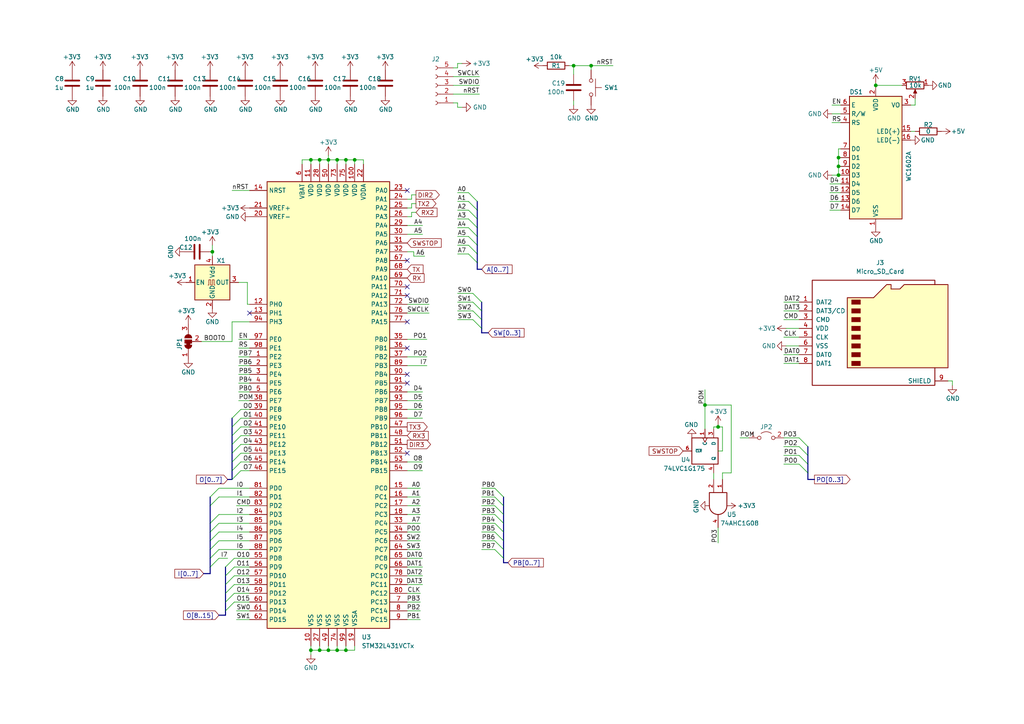
<source format=kicad_sch>
(kicad_sch (version 20211123) (generator eeschema)
  (paper "A4")
  (lib_symbols
    (symbol "74xGxx:74AHC1G08" (pin_names (offset 1.016))
      (property "Reference" "U" (at -2.54 3.81 0))
      (property "Value" "74AHC1G08" (at 0 -3.81 0))
      (symbol "74AHC1G08_1_1"
        (pin input line (at -7.62 1.27 0) (length 3.81) (name "~") (number "1"))
        (pin input line (at -7.62 -1.27 0) (length 3.81) (name "~") (number "2"))
        (pin power_in line (at 0 -2.54 270) (length 0) hide (name "GND") (number "3"))
        (pin output line (at 6.35 0 180) (length 3.81) (name "~") (number "4"))
        (pin power_in line (at 0 2.54 90) (length 0) hide (name "VCC") (number "5"))
      )
    )
    (symbol "74xGxx:74LVC1G175" (pin_names (offset 1.016))
      (property "Reference" "U" (at -2.54 5.08 0))
      (property "Value" "74LVC1G175" (at 5.08 -5.08 0))
      (symbol "74LVC1G175_1_1"
        (pin input clock (at -6.35 0 0) (length 2.54) (name "C") (number "1"))
        (pin power_in line (at -3.81 -3.81 270) (length 0) hide (name "GND") (number "2"))
        (pin input line (at -6.35 2.54 0) (length 2.54) (name "D") (number "3"))
        (pin output line (at 6.35 2.54 180) (length 2.54) (name "Q") (number "4"))
        (pin power_in line (at 0 3.81 90) (length 0) hide (name "VCC") (number "5"))
        (pin input line (at 0 -6.35 90) (length 2.54) (name "~{CLR}") (number "6"))
      )
    )
    (symbol "Connector:Conn_01x05_Female" (pin_names (offset 1.016) hide)
      (property "Reference" "J" (at 0 7.62 0))
      (property "Value" "Conn_01x05_Female" (at 0 -7.62 0))
      (symbol "Conn_01x05_Female_1_1"
        (pin passive line (at -5.08 5.08 0) (length 3.81) (name "Pin_1") (number "1"))
        (pin passive line (at -5.08 2.54 0) (length 3.81) (name "Pin_2") (number "2"))
        (pin passive line (at -5.08 0 0) (length 3.81) (name "Pin_3") (number "3"))
        (pin passive line (at -5.08 -2.54 0) (length 3.81) (name "Pin_4") (number "4"))
        (pin passive line (at -5.08 -5.08 0) (length 3.81) (name "Pin_5") (number "5"))
      )
    )
    (symbol "Connector:Micro_SD_Card" (pin_names (offset 1.016))
      (property "Reference" "J" (at -16.51 15.24 0))
      (property "Value" "Micro_SD_Card" (at 16.51 15.24 0))
      (symbol "Micro_SD_Card_1_1"
        (pin bidirectional line (at -22.86 7.62 0) (length 3.81) (name "DAT2") (number "1"))
        (pin bidirectional line (at -22.86 5.08 0) (length 3.81) (name "DAT3/CD") (number "2"))
        (pin input line (at -22.86 2.54 0) (length 3.81) (name "CMD") (number "3"))
        (pin power_in line (at -22.86 0 0) (length 3.81) (name "VDD") (number "4"))
        (pin input line (at -22.86 -2.54 0) (length 3.81) (name "CLK") (number "5"))
        (pin power_in line (at -22.86 -5.08 0) (length 3.81) (name "VSS") (number "6"))
        (pin bidirectional line (at -22.86 -7.62 0) (length 3.81) (name "DAT0") (number "7"))
        (pin bidirectional line (at -22.86 -10.16 0) (length 3.81) (name "DAT1") (number "8"))
        (pin passive line (at 20.32 -15.24 180) (length 3.81) (name "SHIELD") (number "9"))
      )
    )
    (symbol "Device:C" (pin_numbers hide) (pin_names (offset 0.254))
      (property "Reference" "C" (at 0.635 2.54 0))
      (property "Value" "C" (at 0.635 -2.54 0))
      (symbol "C_1_1"
        (pin passive line (at 0 3.81 270) (length 2.794) (name "~") (number "1"))
        (pin passive line (at 0 -3.81 90) (length 2.794) (name "~") (number "2"))
      )
    )
    (symbol "Device:R" (pin_numbers hide) (pin_names (offset 0))
      (property "Reference" "R" (at 2.032 0 90))
      (property "Value" "R" (at 0 0 90))
      (symbol "R_1_1"
        (pin passive line (at 0 3.81 270) (length 1.27) (name "~") (number "1"))
        (pin passive line (at 0 -3.81 90) (length 1.27) (name "~") (number "2"))
      )
    )
    (symbol "Device:R_Potentiometer" (pin_names (offset 1.016) hide)
      (property "Reference" "RV" (at -4.445 0 90))
      (property "Value" "R_Potentiometer" (at -2.54 0 90))
      (symbol "R_Potentiometer_1_1"
        (pin passive line (at 0 3.81 270) (length 1.27) (name "1") (number "1"))
        (pin passive line (at 3.81 0 180) (length 1.27) (name "2") (number "2"))
        (pin passive line (at 0 -3.81 90) (length 1.27) (name "3") (number "3"))
      )
    )
    (symbol "Display_Character:WC1602A"
      (property "Reference" "DS" (at -5.842 19.05 0))
      (property "Value" "WC1602A" (at 5.334 19.05 0))
      (symbol "WC1602A_1_1"
        (pin power_in line (at 0 -20.32 90) (length 2.54) (name "VSS") (number "1"))
        (pin input line (at -10.16 -5.08 0) (length 2.54) (name "D3") (number "10"))
        (pin input line (at -10.16 -7.62 0) (length 2.54) (name "D4") (number "11"))
        (pin input line (at -10.16 -10.16 0) (length 2.54) (name "D5") (number "12"))
        (pin input line (at -10.16 -12.7 0) (length 2.54) (name "D6") (number "13"))
        (pin input line (at -10.16 -15.24 0) (length 2.54) (name "D7") (number "14"))
        (pin power_in line (at 10.16 7.62 180) (length 2.54) (name "LED(+)") (number "15"))
        (pin power_in line (at 10.16 5.08 180) (length 2.54) (name "LED(-)") (number "16"))
        (pin power_in line (at 0 20.32 270) (length 2.54) (name "VDD") (number "2"))
        (pin input line (at 10.16 15.24 180) (length 2.54) (name "VO") (number "3"))
        (pin input line (at -10.16 10.16 0) (length 2.54) (name "RS") (number "4"))
        (pin input line (at -10.16 12.7 0) (length 2.54) (name "R/W") (number "5"))
        (pin input line (at -10.16 15.24 0) (length 2.54) (name "E") (number "6"))
        (pin input line (at -10.16 2.54 0) (length 2.54) (name "D0") (number "7"))
        (pin input line (at -10.16 0 0) (length 2.54) (name "D1") (number "8"))
        (pin input line (at -10.16 -2.54 0) (length 2.54) (name "D2") (number "9"))
      )
    )
    (symbol "Jumper:Jumper_2_Open" (pin_names (offset 0) hide)
      (property "Reference" "JP" (at 0 2.794 0))
      (property "Value" "Jumper_2_Open" (at 0 -2.286 0))
      (symbol "Jumper_2_Open_1_1"
        (pin passive line (at -5.08 0 0) (length 2.54) (name "A") (number "1"))
        (pin passive line (at 5.08 0 180) (length 2.54) (name "B") (number "2"))
      )
    )
    (symbol "Jumper:SolderJumper_3_Bridged12" (pin_names (offset 0) hide)
      (property "Reference" "JP" (at -2.54 -2.54 0))
      (property "Value" "SolderJumper_3_Bridged12" (at 0 2.794 0))
      (symbol "SolderJumper_3_Bridged12_1_1"
        (pin passive line (at -5.08 0 0) (length 2.54) (name "A") (number "1"))
        (pin passive line (at 0 -3.81 90) (length 2.54) (name "C") (number "2"))
        (pin passive line (at 5.08 0 180) (length 2.54) (name "B") (number "3"))
      )
    )
    (symbol "MCU_ST_STM32L4:STM32L431VCTx"
      (property "Reference" "U" (at -17.78 64.77 0))
      (property "Value" "STM32L431VCTx" (at 12.7 64.77 0))
      (symbol "STM32L431VCTx_1_1"
        (pin bidirectional line (at -22.86 12.7 0) (length 5.08) (name "PE2") (number "1"))
        (pin power_in line (at -5.08 -71.12 90) (length 5.08) (name "VSS") (number "10"))
        (pin power_in line (at 7.62 68.58 270) (length 5.08) (name "VDD") (number "100"))
        (pin power_in line (at -5.08 68.58 270) (length 5.08) (name "VDD") (number "11"))
        (pin input line (at -22.86 27.94 0) (length 5.08) (name "PH0") (number "12"))
        (pin input line (at -22.86 25.4 0) (length 5.08) (name "PH1") (number "13"))
        (pin input line (at -22.86 60.96 0) (length 5.08) (name "NRST") (number "14"))
        (pin bidirectional line (at 22.86 -25.4 180) (length 5.08) (name "PC0") (number "15"))
        (pin bidirectional line (at 22.86 -27.94 180) (length 5.08) (name "PC1") (number "16"))
        (pin bidirectional line (at 22.86 -30.48 180) (length 5.08) (name "PC2") (number "17"))
        (pin bidirectional line (at 22.86 -33.02 180) (length 5.08) (name "PC3") (number "18"))
        (pin power_in line (at 7.62 -71.12 90) (length 5.08) (name "VSSA") (number "19"))
        (pin bidirectional line (at -22.86 10.16 0) (length 5.08) (name "PE3") (number "2"))
        (pin power_in line (at -22.86 53.34 0) (length 5.08) (name "VREF-") (number "20"))
        (pin bidirectional line (at -22.86 55.88 0) (length 5.08) (name "VREF+") (number "21"))
        (pin power_in line (at 10.16 68.58 270) (length 5.08) (name "VDDA") (number "22"))
        (pin bidirectional line (at 22.86 60.96 180) (length 5.08) (name "PA0") (number "23"))
        (pin bidirectional line (at 22.86 58.42 180) (length 5.08) (name "PA1") (number "24"))
        (pin bidirectional line (at 22.86 55.88 180) (length 5.08) (name "PA2") (number "25"))
        (pin bidirectional line (at 22.86 53.34 180) (length 5.08) (name "PA3") (number "26"))
        (pin power_in line (at -2.54 -71.12 90) (length 5.08) (name "VSS") (number "27"))
        (pin power_in line (at -2.54 68.58 270) (length 5.08) (name "VDD") (number "28"))
        (pin bidirectional line (at 22.86 50.8 180) (length 5.08) (name "PA4") (number "29"))
        (pin bidirectional line (at -22.86 7.62 0) (length 5.08) (name "PE4") (number "3"))
        (pin bidirectional line (at 22.86 48.26 180) (length 5.08) (name "PA5") (number "30"))
        (pin bidirectional line (at 22.86 45.72 180) (length 5.08) (name "PA6") (number "31"))
        (pin bidirectional line (at 22.86 43.18 180) (length 5.08) (name "PA7") (number "32"))
        (pin bidirectional line (at 22.86 -35.56 180) (length 5.08) (name "PC4") (number "33"))
        (pin bidirectional line (at 22.86 -38.1 180) (length 5.08) (name "PC5") (number "34"))
        (pin bidirectional line (at 22.86 17.78 180) (length 5.08) (name "PB0") (number "35"))
        (pin bidirectional line (at 22.86 15.24 180) (length 5.08) (name "PB1") (number "36"))
        (pin bidirectional line (at 22.86 12.7 180) (length 5.08) (name "PB2") (number "37"))
        (pin bidirectional line (at -22.86 0 0) (length 5.08) (name "PE7") (number "38"))
        (pin bidirectional line (at -22.86 -2.54 0) (length 5.08) (name "PE8") (number "39"))
        (pin bidirectional line (at -22.86 5.08 0) (length 5.08) (name "PE5") (number "4"))
        (pin bidirectional line (at -22.86 -5.08 0) (length 5.08) (name "PE9") (number "40"))
        (pin bidirectional line (at -22.86 -7.62 0) (length 5.08) (name "PE10") (number "41"))
        (pin bidirectional line (at -22.86 -10.16 0) (length 5.08) (name "PE11") (number "42"))
        (pin bidirectional line (at -22.86 -12.7 0) (length 5.08) (name "PE12") (number "43"))
        (pin bidirectional line (at -22.86 -15.24 0) (length 5.08) (name "PE13") (number "44"))
        (pin bidirectional line (at -22.86 -17.78 0) (length 5.08) (name "PE14") (number "45"))
        (pin bidirectional line (at -22.86 -20.32 0) (length 5.08) (name "PE15") (number "46"))
        (pin bidirectional line (at 22.86 -7.62 180) (length 5.08) (name "PB10") (number "47"))
        (pin bidirectional line (at 22.86 -10.16 180) (length 5.08) (name "PB11") (number "48"))
        (pin power_in line (at 0 -71.12 90) (length 5.08) (name "VSS") (number "49"))
        (pin bidirectional line (at -22.86 2.54 0) (length 5.08) (name "PE6") (number "5"))
        (pin power_in line (at 0 68.58 270) (length 5.08) (name "VDD") (number "50"))
        (pin bidirectional line (at 22.86 -12.7 180) (length 5.08) (name "PB12") (number "51"))
        (pin bidirectional line (at 22.86 -15.24 180) (length 5.08) (name "PB13") (number "52"))
        (pin bidirectional line (at 22.86 -17.78 180) (length 5.08) (name "PB14") (number "53"))
        (pin bidirectional line (at 22.86 -20.32 180) (length 5.08) (name "PB15") (number "54"))
        (pin bidirectional line (at -22.86 -45.72 0) (length 5.08) (name "PD8") (number "55"))
        (pin bidirectional line (at -22.86 -48.26 0) (length 5.08) (name "PD9") (number "56"))
        (pin bidirectional line (at -22.86 -50.8 0) (length 5.08) (name "PD10") (number "57"))
        (pin bidirectional line (at -22.86 -53.34 0) (length 5.08) (name "PD11") (number "58"))
        (pin bidirectional line (at -22.86 -55.88 0) (length 5.08) (name "PD12") (number "59"))
        (pin power_in line (at -7.62 68.58 270) (length 5.08) (name "VBAT") (number "6"))
        (pin bidirectional line (at -22.86 -58.42 0) (length 5.08) (name "PD13") (number "60"))
        (pin bidirectional line (at -22.86 -60.96 0) (length 5.08) (name "PD14") (number "61"))
        (pin bidirectional line (at -22.86 -63.5 0) (length 5.08) (name "PD15") (number "62"))
        (pin bidirectional line (at 22.86 -40.64 180) (length 5.08) (name "PC6") (number "63"))
        (pin bidirectional line (at 22.86 -43.18 180) (length 5.08) (name "PC7") (number "64"))
        (pin bidirectional line (at 22.86 -45.72 180) (length 5.08) (name "PC8") (number "65"))
        (pin bidirectional line (at 22.86 -48.26 180) (length 5.08) (name "PC9") (number "66"))
        (pin bidirectional line (at 22.86 40.64 180) (length 5.08) (name "PA8") (number "67"))
        (pin bidirectional line (at 22.86 38.1 180) (length 5.08) (name "PA9") (number "68"))
        (pin bidirectional line (at 22.86 35.56 180) (length 5.08) (name "PA10") (number "69"))
        (pin bidirectional line (at 22.86 -58.42 180) (length 5.08) (name "PC13") (number "7"))
        (pin bidirectional line (at 22.86 33.02 180) (length 5.08) (name "PA11") (number "70"))
        (pin bidirectional line (at 22.86 30.48 180) (length 5.08) (name "PA12") (number "71"))
        (pin bidirectional line (at 22.86 27.94 180) (length 5.08) (name "PA13") (number "72"))
        (pin power_in line (at 2.54 68.58 270) (length 5.08) (name "VDD") (number "73"))
        (pin power_in line (at 2.54 -71.12 90) (length 5.08) (name "VSS") (number "74"))
        (pin power_in line (at 5.08 68.58 270) (length 5.08) (name "VDD") (number "75"))
        (pin bidirectional line (at 22.86 25.4 180) (length 5.08) (name "PA14") (number "76"))
        (pin bidirectional line (at 22.86 22.86 180) (length 5.08) (name "PA15") (number "77"))
        (pin bidirectional line (at 22.86 -50.8 180) (length 5.08) (name "PC10") (number "78"))
        (pin bidirectional line (at 22.86 -53.34 180) (length 5.08) (name "PC11") (number "79"))
        (pin bidirectional line (at 22.86 -60.96 180) (length 5.08) (name "PC14") (number "8"))
        (pin bidirectional line (at 22.86 -55.88 180) (length 5.08) (name "PC12") (number "80"))
        (pin bidirectional line (at -22.86 -25.4 0) (length 5.08) (name "PD0") (number "81"))
        (pin bidirectional line (at -22.86 -27.94 0) (length 5.08) (name "PD1") (number "82"))
        (pin bidirectional line (at -22.86 -30.48 0) (length 5.08) (name "PD2") (number "83"))
        (pin bidirectional line (at -22.86 -33.02 0) (length 5.08) (name "PD3") (number "84"))
        (pin bidirectional line (at -22.86 -35.56 0) (length 5.08) (name "PD4") (number "85"))
        (pin bidirectional line (at -22.86 -38.1 0) (length 5.08) (name "PD5") (number "86"))
        (pin bidirectional line (at -22.86 -40.64 0) (length 5.08) (name "PD6") (number "87"))
        (pin bidirectional line (at -22.86 -43.18 0) (length 5.08) (name "PD7") (number "88"))
        (pin bidirectional line (at 22.86 10.16 180) (length 5.08) (name "PB3") (number "89"))
        (pin bidirectional line (at 22.86 -63.5 180) (length 5.08) (name "PC15") (number "9"))
        (pin bidirectional line (at 22.86 7.62 180) (length 5.08) (name "PB4") (number "90"))
        (pin bidirectional line (at 22.86 5.08 180) (length 5.08) (name "PB5") (number "91"))
        (pin bidirectional line (at 22.86 2.54 180) (length 5.08) (name "PB6") (number "92"))
        (pin bidirectional line (at 22.86 0 180) (length 5.08) (name "PB7") (number "93"))
        (pin bidirectional line (at -22.86 22.86 0) (length 5.08) (name "PH3") (number "94"))
        (pin bidirectional line (at 22.86 -2.54 180) (length 5.08) (name "PB8") (number "95"))
        (pin bidirectional line (at 22.86 -5.08 180) (length 5.08) (name "PB9") (number "96"))
        (pin bidirectional line (at -22.86 17.78 0) (length 5.08) (name "PE0") (number "97"))
        (pin bidirectional line (at -22.86 15.24 0) (length 5.08) (name "PE1") (number "98"))
        (pin power_in line (at 5.08 -71.12 90) (length 5.08) (name "VSS") (number "99"))
      )
    )
    (symbol "Oscillator:ASE-xxxMHz" (pin_names (offset 0.254))
      (property "Reference" "X" (at -5.08 6.35 0))
      (property "Value" "ASE-xxxMHz" (at 1.27 -6.35 0))
      (symbol "ASE-xxxMHz_1_1"
        (pin input line (at -7.62 0 0) (length 2.54) (name "EN") (number "1"))
        (pin power_in line (at 0 -7.62 90) (length 2.54) (name "GND") (number "2"))
        (pin output line (at 7.62 0 180) (length 2.54) (name "OUT") (number "3"))
        (pin power_in line (at 0 7.62 270) (length 2.54) (name "Vdd") (number "4"))
      )
    )
    (symbol "Switch:SW_Push" (pin_numbers hide) (pin_names (offset 1.016) hide)
      (property "Reference" "SW" (at 1.27 2.54 0))
      (property "Value" "SW_Push" (at 0 -1.524 0))
      (symbol "SW_Push_0_1"
        (pin passive line (at -5.08 0 0) (length 2.54) (name "1") (number "1"))
        (pin passive line (at 5.08 0 180) (length 2.54) (name "2") (number "2"))
      )
    )
    (symbol "power:+3V3" (power) (pin_names (offset 0))
      (property "Value" "+3V3" (at 0 3.556 0))
      (symbol "+3V3_1_1"
        (pin power_in line (at 0 0 90) (length 0) hide (name "+3V3") (number "1"))
      )
    )
    (symbol "power:+5V" (power) (pin_names (offset 0))
      (property "Value" "+5V" (at 0 3.556 0))
      (symbol "+5V_1_1"
        (pin power_in line (at 0 0 90) (length 0) hide (name "+5V") (number "1"))
      )
    )
    (symbol "power:GND" (power) (pin_names (offset 0))
      (property "Value" "GND" (at 0 -3.81 0))
      (symbol "GND_1_1"
        (pin power_in line (at 0 0 270) (length 0) hide (name "GND") (number "1"))
      )
    )
  )
  (junction (at 166.37 19.05))
  (junction (at 243.205 45.72))
  (junction (at 100.33 46.355))
  (junction (at 254 24.765))
  (junction (at 92.71 46.355))
  (junction (at 100.33 188.595))
  (junction (at 243.205 48.26))
  (junction (at 204.47 117.475))
  (junction (at 90.17 46.355))
  (junction (at 102.87 46.355))
  (junction (at 208.28 123.825))
  (junction (at 95.25 188.595))
  (junction (at 243.205 50.8))
  (junction (at 97.79 46.355))
  (junction (at 90.17 188.595))
  (junction (at 61.595 73.025))
  (junction (at 92.71 188.595))
  (junction (at 171.45 19.05))
  (junction (at 97.79 188.595))
  (junction (at 95.25 46.355))
  (no_connect (at 118.11 55.245))
  (no_connect (at 118.11 85.725))
  (no_connect (at 118.11 83.185))
  (no_connect (at 118.11 100.965))
  (no_connect (at 118.11 111.125))
  (no_connect (at 118.11 75.565))
  (no_connect (at 72.39 90.805))
  (no_connect (at 118.11 93.345))
  (no_connect (at 118.11 131.445))
  (no_connect (at 118.11 108.585))
  (bus_entry (at 135.89 60.96) (size 2.54 2.54))
  (bus_entry (at 146.05 146.685) (size -2.54 -2.54))
  (bus_entry (at 135.89 68.58) (size 2.54 2.54))
  (bus_entry (at 69.85 128.905) (size -2.54 2.54))
  (bus_entry (at 139.7 92.71) (size -2.54 -2.54))
  (bus_entry (at 143.51 159.385) (size 2.54 2.54))
  (bus_entry (at 60.96 144.145) (size 2.54 -2.54))
  (bus_entry (at 65.405 172.085) (size 2.54 -2.54))
  (bus_entry (at 69.85 133.985) (size -2.54 2.54))
  (bus_entry (at 139.7 87.63) (size -2.54 -2.54))
  (bus_entry (at 146.05 151.765) (size -2.54 -2.54))
  (bus_entry (at 65.405 174.625) (size 2.54 -2.54))
  (bus_entry (at 60.96 159.385) (size 2.54 -2.54))
  (bus_entry (at 231.775 127) (size 2.54 2.54))
  (bus_entry (at 60.96 146.685) (size 2.54 -2.54))
  (bus_entry (at 146.05 144.145) (size -2.54 -2.54))
  (bus_entry (at 135.89 73.66) (size 2.54 2.54))
  (bus_entry (at 231.775 132.08) (size 2.54 2.54))
  (bus_entry (at 65.405 169.545) (size 2.54 -2.54))
  (bus_entry (at 69.85 118.745) (size -2.54 2.54))
  (bus_entry (at 60.96 154.305) (size 2.54 -2.54))
  (bus_entry (at 60.96 164.465) (size 2.54 -2.54))
  (bus_entry (at 139.7 95.25) (size -2.54 -2.54))
  (bus_entry (at 135.89 58.42) (size 2.54 2.54))
  (bus_entry (at 69.85 126.365) (size -2.54 2.54))
  (bus_entry (at 231.775 134.62) (size 2.54 2.54))
  (bus_entry (at 135.89 55.88) (size 2.54 2.54))
  (bus_entry (at 60.96 161.925) (size 2.54 -2.54))
  (bus_entry (at 65.405 167.005) (size 2.54 -2.54))
  (bus_entry (at 69.85 131.445) (size -2.54 2.54))
  (bus_entry (at 143.51 154.305) (size 2.54 2.54))
  (bus_entry (at 146.05 154.305) (size -2.54 -2.54))
  (bus_entry (at 69.85 123.825) (size -2.54 2.54))
  (bus_entry (at 65.405 177.165) (size 2.54 -2.54))
  (bus_entry (at 69.85 121.285) (size -2.54 2.54))
  (bus_entry (at 146.05 149.225) (size -2.54 -2.54))
  (bus_entry (at 60.96 156.845) (size 2.54 -2.54))
  (bus_entry (at 69.85 136.525) (size -2.54 2.54))
  (bus_entry (at 135.89 66.04) (size 2.54 2.54))
  (bus_entry (at 139.7 90.17) (size -2.54 -2.54))
  (bus_entry (at 143.51 156.845) (size 2.54 2.54))
  (bus_entry (at 135.89 63.5) (size 2.54 2.54))
  (bus_entry (at 231.775 129.54) (size 2.54 2.54))
  (bus_entry (at 135.89 71.12) (size 2.54 2.54))
  (bus_entry (at 65.405 164.465) (size 2.54 -2.54))
  (bus_entry (at 60.96 151.765) (size 2.54 -2.54))
  (wire (pts (xy 69.215 81.915) (xy 71.755 81.915)))
  (bus (pts (xy 138.43 60.96) (xy 138.43 63.5)))
  (wire (pts (xy 119.38 61.595) (xy 120.65 61.595)))
  (wire (pts (xy 69.215 113.665) (xy 72.39 113.665)))
  (bus (pts (xy 65.405 164.465) (xy 65.405 167.005)))
  (wire (pts (xy 92.71 188.595) (xy 92.71 187.325)))
  (wire (pts (xy 208.28 123.19) (xy 208.28 123.825)))
  (wire (pts (xy 97.79 46.355) (xy 97.79 47.625)))
  (wire (pts (xy 118.11 149.225) (xy 121.92 149.225)))
  (wire (pts (xy 209.55 130.81) (xy 208.28 130.81)))
  (wire (pts (xy 118.11 169.545) (xy 122.555 169.545)))
  (bus (pts (xy 67.31 123.825) (xy 67.31 126.365)))
  (bus (pts (xy 139.7 90.17) (xy 139.7 87.63)))
  (wire (pts (xy 118.11 133.985) (xy 122.555 133.985)))
  (wire (pts (xy 132.715 73.66) (xy 135.89 73.66)))
  (wire (pts (xy 207.01 123.825) (xy 207.01 124.46)))
  (wire (pts (xy 118.11 106.045) (xy 123.825 106.045)))
  (wire (pts (xy 214.63 127) (xy 217.17 127)))
  (wire (pts (xy 69.215 106.045) (xy 72.39 106.045)))
  (wire (pts (xy 118.11 172.085) (xy 121.92 172.085)))
  (wire (pts (xy 132.715 18.415) (xy 133.985 18.415)))
  (wire (pts (xy 100.33 188.595) (xy 100.33 187.325)))
  (wire (pts (xy 139.7 144.145) (xy 143.51 144.145)))
  (bus (pts (xy 146.05 146.685) (xy 146.05 149.225)))
  (wire (pts (xy 143.51 146.685) (xy 139.7 146.685)))
  (wire (pts (xy 118.11 156.845) (xy 121.92 156.845)))
  (wire (pts (xy 118.11 98.425) (xy 123.825 98.425)))
  (wire (pts (xy 69.85 131.445) (xy 72.39 131.445)))
  (wire (pts (xy 90.17 187.325) (xy 90.17 188.595)))
  (wire (pts (xy 227.33 97.79) (xy 231.775 97.79)))
  (wire (pts (xy 63.5 154.305) (xy 72.39 154.305)))
  (bus (pts (xy 65.405 177.165) (xy 65.405 178.435)))
  (wire (pts (xy 67.31 93.345) (xy 72.39 93.345)))
  (wire (pts (xy 71.755 88.265) (xy 72.39 88.265)))
  (wire (pts (xy 69.215 103.505) (xy 72.39 103.505)))
  (wire (pts (xy 118.11 161.925) (xy 122.555 161.925)))
  (bus (pts (xy 60.96 159.385) (xy 60.96 161.925)))
  (wire (pts (xy 95.25 46.355) (xy 95.25 45.085)))
  (bus (pts (xy 67.31 128.905) (xy 67.31 131.445)))
  (wire (pts (xy 118.11 151.765) (xy 121.92 151.765)))
  (wire (pts (xy 71.755 81.915) (xy 71.755 88.265)))
  (wire (pts (xy 132.715 71.12) (xy 135.89 71.12)))
  (wire (pts (xy 276.225 110.49) (xy 274.955 110.49)))
  (wire (pts (xy 212.09 117.475) (xy 212.09 137.16)))
  (bus (pts (xy 67.31 121.285) (xy 67.31 123.825)))
  (bus (pts (xy 146.05 144.145) (xy 146.05 146.685)))
  (bus (pts (xy 60.96 166.37) (xy 60.96 164.465)))
  (wire (pts (xy 276.225 111.76) (xy 276.225 110.49)))
  (bus (pts (xy 236.22 139.065) (xy 234.315 139.065)))
  (wire (pts (xy 118.11 159.385) (xy 121.92 159.385)))
  (wire (pts (xy 100.33 188.595) (xy 102.87 188.595)))
  (bus (pts (xy 146.05 161.925) (xy 146.05 163.195)))
  (wire (pts (xy 240.665 60.96) (xy 243.84 60.96)))
  (bus (pts (xy 67.31 133.985) (xy 67.31 136.525)))
  (wire (pts (xy 118.11 121.285) (xy 122.555 121.285)))
  (bus (pts (xy 146.05 163.195) (xy 147.32 163.195)))
  (bus (pts (xy 138.43 73.66) (xy 138.43 76.2)))
  (wire (pts (xy 69.215 111.125) (xy 72.39 111.125)))
  (wire (pts (xy 118.11 73.025) (xy 120.015 73.025)))
  (wire (pts (xy 132.715 66.04) (xy 135.89 66.04)))
  (wire (pts (xy 204.47 117.475) (xy 212.09 117.475)))
  (wire (pts (xy 118.11 57.785) (xy 119.38 57.785)))
  (wire (pts (xy 207.01 137.16) (xy 207.01 139.065)))
  (bus (pts (xy 60.96 144.145) (xy 60.96 146.685)))
  (wire (pts (xy 240.665 53.34) (xy 243.84 53.34)))
  (bus (pts (xy 67.31 126.365) (xy 67.31 128.905)))
  (wire (pts (xy 132.715 29.845) (xy 132.715 31.115)))
  (bus (pts (xy 138.43 63.5) (xy 138.43 66.04)))
  (wire (pts (xy 132.715 19.685) (xy 132.715 18.415)))
  (wire (pts (xy 118.11 174.625) (xy 121.92 174.625)))
  (wire (pts (xy 63.5 144.145) (xy 72.39 144.145)))
  (wire (pts (xy 243.205 50.8) (xy 243.84 50.8)))
  (wire (pts (xy 63.5 149.225) (xy 72.39 149.225)))
  (wire (pts (xy 119.38 60.325) (xy 119.38 59.055)))
  (wire (pts (xy 212.09 137.16) (xy 209.55 137.16)))
  (wire (pts (xy 227.33 105.41) (xy 231.775 105.41)))
  (bus (pts (xy 138.43 66.04) (xy 138.43 68.58)))
  (wire (pts (xy 95.25 46.355) (xy 97.79 46.355)))
  (wire (pts (xy 118.11 141.605) (xy 121.92 141.605)))
  (bus (pts (xy 138.43 76.2) (xy 138.43 78.105)))
  (wire (pts (xy 92.71 46.355) (xy 92.71 47.625)))
  (wire (pts (xy 227.33 129.54) (xy 231.775 129.54)))
  (wire (pts (xy 69.85 123.825) (xy 72.39 123.825)))
  (wire (pts (xy 243.205 48.26) (xy 243.84 48.26)))
  (wire (pts (xy 90.17 188.595) (xy 90.17 189.865)))
  (wire (pts (xy 58.42 99.06) (xy 67.31 99.06)))
  (wire (pts (xy 131.445 24.765) (xy 139.065 24.765)))
  (wire (pts (xy 118.11 154.305) (xy 121.92 154.305)))
  (wire (pts (xy 209.55 137.16) (xy 209.55 139.065)))
  (wire (pts (xy 67.31 55.245) (xy 72.39 55.245)))
  (wire (pts (xy 241.3 50.8) (xy 243.205 50.8)))
  (wire (pts (xy 68.58 177.165) (xy 72.39 177.165)))
  (wire (pts (xy 208.28 153.035) (xy 208.28 157.48)))
  (wire (pts (xy 227.33 92.71) (xy 231.775 92.71)))
  (wire (pts (xy 227.33 132.08) (xy 231.775 132.08)))
  (wire (pts (xy 254 24.13) (xy 254 24.765)))
  (wire (pts (xy 63.5 159.385) (xy 72.39 159.385)))
  (wire (pts (xy 118.11 113.665) (xy 122.555 113.665)))
  (wire (pts (xy 90.17 47.625) (xy 90.17 46.355)))
  (wire (pts (xy 209.55 130.81) (xy 209.55 123.825)))
  (wire (pts (xy 227.965 95.25) (xy 231.775 95.25)))
  (wire (pts (xy 118.11 65.405) (xy 122.555 65.405)))
  (wire (pts (xy 92.71 188.595) (xy 95.25 188.595)))
  (wire (pts (xy 69.85 118.745) (xy 72.39 118.745)))
  (wire (pts (xy 131.445 29.845) (xy 132.715 29.845)))
  (wire (pts (xy 118.11 67.945) (xy 122.555 67.945)))
  (wire (pts (xy 105.41 47.625) (xy 105.41 46.355)))
  (wire (pts (xy 241.3 33.02) (xy 243.84 33.02)))
  (wire (pts (xy 132.715 68.58) (xy 135.89 68.58)))
  (wire (pts (xy 132.715 58.42) (xy 135.89 58.42)))
  (wire (pts (xy 119.38 62.865) (xy 119.38 61.595)))
  (wire (pts (xy 132.715 90.17) (xy 137.16 90.17)))
  (wire (pts (xy 119.38 57.785) (xy 119.38 56.515)))
  (wire (pts (xy 67.945 172.085) (xy 72.39 172.085)))
  (wire (pts (xy 243.205 48.26) (xy 243.205 45.72)))
  (wire (pts (xy 92.71 46.355) (xy 95.25 46.355)))
  (wire (pts (xy 209.55 123.825) (xy 208.28 123.825)))
  (wire (pts (xy 97.79 46.355) (xy 100.33 46.355)))
  (bus (pts (xy 234.315 134.62) (xy 234.315 137.16)))
  (wire (pts (xy 102.87 46.355) (xy 105.41 46.355)))
  (wire (pts (xy 118.11 167.005) (xy 122.555 167.005)))
  (wire (pts (xy 118.11 60.325) (xy 119.38 60.325)))
  (wire (pts (xy 68.58 179.705) (xy 72.39 179.705)))
  (wire (pts (xy 63.5 156.845) (xy 72.39 156.845)))
  (wire (pts (xy 69.85 121.285) (xy 72.39 121.285)))
  (wire (pts (xy 95.25 188.595) (xy 95.25 187.325)))
  (wire (pts (xy 240.665 58.42) (xy 243.84 58.42)))
  (wire (pts (xy 90.17 188.595) (xy 92.71 188.595)))
  (wire (pts (xy 139.7 159.385) (xy 143.51 159.385)))
  (wire (pts (xy 118.11 136.525) (xy 122.555 136.525)))
  (wire (pts (xy 97.79 188.595) (xy 97.79 187.325)))
  (wire (pts (xy 118.11 116.205) (xy 122.555 116.205)))
  (wire (pts (xy 241.3 35.56) (xy 243.84 35.56)))
  (wire (pts (xy 171.45 19.05) (xy 171.45 20.32)))
  (wire (pts (xy 139.7 151.765) (xy 143.51 151.765)))
  (bus (pts (xy 138.43 68.58) (xy 138.43 71.12)))
  (bus (pts (xy 67.31 136.525) (xy 67.31 139.065)))
  (wire (pts (xy 243.205 45.72) (xy 243.84 45.72)))
  (bus (pts (xy 66.04 139.065) (xy 67.31 139.065)))
  (wire (pts (xy 264.16 38.1) (xy 265.43 38.1)))
  (wire (pts (xy 69.85 136.525) (xy 72.39 136.525)))
  (bus (pts (xy 146.05 156.845) (xy 146.05 159.385)))
  (wire (pts (xy 69.215 108.585) (xy 72.39 108.585)))
  (bus (pts (xy 60.96 154.305) (xy 60.96 156.845)))
  (wire (pts (xy 132.715 55.88) (xy 135.89 55.88)))
  (wire (pts (xy 67.945 164.465) (xy 72.39 164.465)))
  (bus (pts (xy 141.605 96.52) (xy 139.7 96.52)))
  (wire (pts (xy 165.1 19.05) (xy 166.37 19.05)))
  (wire (pts (xy 208.28 123.825) (xy 207.01 123.825)))
  (wire (pts (xy 264.16 30.48) (xy 265.43 30.48)))
  (wire (pts (xy 132.715 63.5) (xy 135.89 63.5)))
  (wire (pts (xy 227.965 100.33) (xy 231.775 100.33)))
  (wire (pts (xy 118.11 164.465) (xy 122.555 164.465)))
  (wire (pts (xy 240.665 55.88) (xy 243.84 55.88)))
  (bus (pts (xy 146.05 149.225) (xy 146.05 151.765)))
  (wire (pts (xy 118.11 88.265) (xy 124.46 88.265)))
  (wire (pts (xy 61.595 71.12) (xy 61.595 73.025)))
  (wire (pts (xy 97.79 188.595) (xy 100.33 188.595)))
  (wire (pts (xy 67.945 167.005) (xy 72.39 167.005)))
  (wire (pts (xy 139.7 154.305) (xy 143.51 154.305)))
  (wire (pts (xy 102.87 46.355) (xy 100.33 46.355)))
  (wire (pts (xy 119.38 56.515) (xy 120.65 56.515)))
  (wire (pts (xy 227.33 102.87) (xy 231.775 102.87)))
  (wire (pts (xy 90.17 46.355) (xy 92.71 46.355)))
  (bus (pts (xy 65.405 174.625) (xy 65.405 177.165)))
  (wire (pts (xy 69.85 126.365) (xy 72.39 126.365)))
  (wire (pts (xy 95.25 46.355) (xy 95.25 47.625)))
  (wire (pts (xy 139.7 149.225) (xy 143.51 149.225)))
  (wire (pts (xy 166.37 19.05) (xy 171.45 19.05)))
  (wire (pts (xy 227.33 134.62) (xy 231.775 134.62)))
  (wire (pts (xy 166.37 19.05) (xy 166.37 21.59)))
  (wire (pts (xy 132.715 87.63) (xy 137.16 87.63)))
  (wire (pts (xy 132.715 92.71) (xy 137.16 92.71)))
  (wire (pts (xy 131.445 22.225) (xy 139.065 22.225)))
  (bus (pts (xy 60.96 146.685) (xy 60.96 151.765)))
  (wire (pts (xy 118.11 90.805) (xy 124.46 90.805)))
  (wire (pts (xy 67.945 161.925) (xy 72.39 161.925)))
  (wire (pts (xy 254 24.765) (xy 254 25.4)))
  (wire (pts (xy 243.205 50.8) (xy 243.205 48.26)))
  (bus (pts (xy 146.05 151.765) (xy 146.05 154.305)))
  (wire (pts (xy 60.96 73.025) (xy 61.595 73.025)))
  (bus (pts (xy 65.405 167.005) (xy 65.405 169.545)))
  (wire (pts (xy 265.43 30.48) (xy 265.43 28.575)))
  (bus (pts (xy 60.96 156.845) (xy 60.96 159.385)))
  (bus (pts (xy 138.43 71.12) (xy 138.43 73.66)))
  (bus (pts (xy 139.7 92.71) (xy 139.7 90.17)))
  (wire (pts (xy 67.945 174.625) (xy 72.39 174.625)))
  (wire (pts (xy 139.7 156.845) (xy 143.51 156.845)))
  (wire (pts (xy 102.87 47.625) (xy 102.87 46.355)))
  (bus (pts (xy 234.315 137.16) (xy 234.315 139.065)))
  (wire (pts (xy 119.38 59.055) (xy 120.65 59.055)))
  (bus (pts (xy 65.405 172.085) (xy 65.405 174.625)))
  (wire (pts (xy 241.3 30.48) (xy 243.84 30.48)))
  (bus (pts (xy 146.05 159.385) (xy 146.05 161.925)))
  (wire (pts (xy 118.11 103.505) (xy 123.825 103.505)))
  (wire (pts (xy 72.39 98.425) (xy 69.215 98.425)))
  (wire (pts (xy 227.33 90.17) (xy 231.775 90.17)))
  (bus (pts (xy 65.405 169.545) (xy 65.405 172.085)))
  (wire (pts (xy 131.445 19.685) (xy 132.715 19.685)))
  (wire (pts (xy 243.205 45.72) (xy 243.205 43.18)))
  (wire (pts (xy 204.47 113.03) (xy 204.47 117.475)))
  (wire (pts (xy 122.555 118.745) (xy 118.11 118.745)))
  (wire (pts (xy 132.715 60.96) (xy 135.89 60.96)))
  (wire (pts (xy 227.33 127) (xy 231.775 127)))
  (bus (pts (xy 234.315 132.08) (xy 234.315 134.62)))
  (wire (pts (xy 166.37 29.21) (xy 166.37 30.48)))
  (bus (pts (xy 63.5 178.435) (xy 65.405 178.435)))
  (wire (pts (xy 95.25 188.595) (xy 97.79 188.595)))
  (wire (pts (xy 118.11 179.705) (xy 121.92 179.705)))
  (bus (pts (xy 60.96 151.765) (xy 60.96 154.305)))
  (wire (pts (xy 102.87 188.595) (xy 102.87 187.325)))
  (wire (pts (xy 131.445 27.305) (xy 139.065 27.305)))
  (wire (pts (xy 120.015 74.295) (xy 123.19 74.295)))
  (wire (pts (xy 132.715 31.115) (xy 133.985 31.115)))
  (bus (pts (xy 60.96 164.465) (xy 60.96 161.925)))
  (wire (pts (xy 132.715 85.09) (xy 137.16 85.09)))
  (bus (pts (xy 139.7 78.105) (xy 138.43 78.105)))
  (wire (pts (xy 171.45 19.05) (xy 177.8 19.05)))
  (wire (pts (xy 204.47 124.46) (xy 204.47 117.475)))
  (bus (pts (xy 139.7 96.52) (xy 139.7 95.25)))
  (bus (pts (xy 146.05 154.305) (xy 146.05 156.845)))
  (wire (pts (xy 67.31 99.06) (xy 67.31 93.345)))
  (wire (pts (xy 87.63 46.355) (xy 87.63 47.625)))
  (bus (pts (xy 138.43 58.42) (xy 138.43 60.96)))
  (wire (pts (xy 90.17 46.355) (xy 87.63 46.355)))
  (wire (pts (xy 72.39 100.965) (xy 69.215 100.965)))
  (bus (pts (xy 67.31 131.445) (xy 67.31 133.985)))
  (wire (pts (xy 118.11 62.865) (xy 119.38 62.865)))
  (wire (pts (xy 254 24.765) (xy 261.62 24.765)))
  (bus (pts (xy 59.055 166.37) (xy 60.96 166.37)))
  (bus (pts (xy 234.315 129.54) (xy 234.315 132.08)))
  (wire (pts (xy 69.215 116.205) (xy 72.39 116.205)))
  (bus (pts (xy 139.7 95.25) (xy 139.7 92.71)))
  (wire (pts (xy 67.945 169.545) (xy 72.39 169.545)))
  (wire (pts (xy 63.5 141.605) (xy 72.39 141.605)))
  (wire (pts (xy 69.85 133.985) (xy 72.39 133.985)))
  (wire (pts (xy 118.11 144.145) (xy 121.92 144.145)))
  (wire (pts (xy 118.11 177.165) (xy 121.92 177.165)))
  (wire (pts (xy 227.33 87.63) (xy 231.775 87.63)))
  (wire (pts (xy 100.33 46.355) (xy 100.33 47.625)))
  (wire (pts (xy 68.58 146.685) (xy 72.39 146.685)))
  (wire (pts (xy 143.51 141.605) (xy 139.7 141.605)))
  (wire (pts (xy 243.205 43.18) (xy 243.84 43.18)))
  (wire (pts (xy 63.5 161.925) (xy 66.04 161.925)))
  (wire (pts (xy 61.595 73.025) (xy 61.595 74.295)))
  (wire (pts (xy 118.11 146.685) (xy 121.92 146.685)))
  (wire (pts (xy 69.85 128.905) (xy 72.39 128.905)))
  (wire (pts (xy 63.5 151.765) (xy 72.39 151.765)))
  (wire (pts (xy 120.015 73.025) (xy 120.015 74.295)))
  (label "PB6" (at 69.215 106.045 0))
  (label "PO3" (at 208.28 157.48 90))
  (label "PB3" (at 139.7 149.225 0))
  (label "CMD" (at 227.33 92.71 0))
  (label "O11" (at 68.58 164.465 0))
  (label "D5" (at 122.555 116.205 180))
  (label "RS" (at 241.3 35.56 0))
  (label "EN" (at 241.3 30.48 0))
  (label "O5" (at 70.485 131.445 0))
  (label "SW0" (at 68.58 177.165 0))
  (label "O15" (at 68.58 174.625 0))
  (label "CLK" (at 227.33 97.79 0))
  (label "O9" (at 122.555 136.525 180))
  (label "PB5" (at 139.7 154.305 0))
  (label "D5" (at 240.665 55.88 0))
  (label "SW2" (at 132.715 90.17 0))
  (label "POM" (at 204.47 113.03 270))
  (label "A7" (at 121.92 151.765 180))
  (label "SW1" (at 132.715 87.63 0))
  (label "SW2" (at 121.92 156.845 180))
  (label "POM" (at 214.63 127 0))
  (label "I4" (at 68.58 154.305 0))
  (label "SW0" (at 132.715 85.09 0))
  (label "PB4" (at 139.7 151.765 0))
  (label "A0" (at 132.715 55.88 0))
  (label "PB0" (at 69.215 113.665 0))
  (label "PO1" (at 123.825 98.425 180))
  (label "SWCLK" (at 139.065 22.225 180))
  (label "A2" (at 132.715 60.96 0))
  (label "PB4" (at 69.215 111.125 0))
  (label "I7" (at 66.04 161.925 180))
  (label "PO2" (at 227.33 129.54 0))
  (label "A5" (at 122.555 67.945 180))
  (label "SWDIO" (at 139.065 24.765 180))
  (label "SW3" (at 121.92 159.385 180))
  (label "PB2" (at 139.7 146.685 0))
  (label "nRST" (at 67.31 55.245 0))
  (label "D6" (at 122.555 118.745 180))
  (label "DAT0" (at 227.33 102.87 0))
  (label "A7" (at 132.715 73.66 0))
  (label "I5" (at 68.58 156.845 0))
  (label "O2" (at 70.485 123.825 0))
  (label "SW3" (at 132.715 92.71 0))
  (label "DAT0" (at 122.555 161.925 180))
  (label "SWCLK" (at 124.46 90.805 180))
  (label "A6" (at 123.19 74.295 180))
  (label "I3" (at 68.58 151.765 0))
  (label "CLK" (at 121.92 172.085 180))
  (label "A3" (at 132.715 63.5 0))
  (label "A4" (at 132.715 66.04 0))
  (label "D6" (at 240.665 58.42 0))
  (label "A5" (at 132.715 68.58 0))
  (label "PB1" (at 139.7 144.145 0))
  (label "A1" (at 121.92 144.145 180))
  (label "SWDIO" (at 124.46 88.265 180))
  (label "PB0" (at 139.7 141.605 0))
  (label "PO2" (at 123.825 103.505 180))
  (label "POM" (at 69.215 116.205 0))
  (label "I2" (at 68.58 149.225 0))
  (label "DAT2" (at 227.33 87.63 0))
  (label "CMD" (at 68.58 146.685 0))
  (label "A4" (at 122.555 65.405 180))
  (label "PB7" (at 139.7 159.385 0))
  (label "A3" (at 121.92 149.225 180))
  (label "nRST" (at 177.8 19.05 180))
  (label "O6" (at 70.485 133.985 0))
  (label "I6" (at 68.58 159.385 0))
  (label "O14" (at 68.58 172.085 0))
  (label "O4" (at 70.485 128.905 0))
  (label "O13" (at 68.58 169.545 0))
  (label "PO1" (at 227.33 132.08 0))
  (label "A6" (at 132.715 71.12 0))
  (label "A0" (at 121.92 141.605 180))
  (label "O0" (at 70.485 118.745 0))
  (label "DAT1" (at 122.555 164.465 180))
  (label "BOOT0" (at 65.405 99.06 180))
  (label "PB5" (at 69.215 108.585 0))
  (label "PO3" (at 231.14 127 180))
  (label "I1" (at 68.58 144.145 0))
  (label "O7" (at 70.485 136.525 0))
  (label "DAT1" (at 227.33 105.41 0))
  (label "EN" (at 69.215 98.425 0))
  (label "PB7" (at 69.215 103.505 0))
  (label "O12" (at 68.58 167.005 0))
  (label "SW1" (at 68.58 179.705 0))
  (label "PO0" (at 227.33 134.62 0))
  (label "D4" (at 240.665 53.34 0))
  (label "A1" (at 132.715 58.42 0))
  (label "PB6" (at 139.7 156.845 0))
  (label "PB3" (at 121.92 174.625 180))
  (label "DAT2" (at 122.555 167.005 180))
  (label "DAT3" (at 227.33 90.17 0))
  (label "D4" (at 122.555 113.665 180))
  (label "O10" (at 68.58 161.925 0))
  (label "D7" (at 122.555 121.285 180))
  (label "RS" (at 69.215 100.965 0))
  (label "O1" (at 70.485 121.285 0))
  (label "I0" (at 68.58 141.605 0))
  (label "A2" (at 121.92 146.685 180))
  (label "I7" (at 123.825 106.045 180))
  (label "PB2" (at 121.92 177.165 180))
  (label "nRST" (at 139.065 27.305 180))
  (label "O3" (at 70.485 126.365 0))
  (label "PB1" (at 121.92 179.705 180))
  (label "O8" (at 122.555 133.985 180))
  (label "DAT3" (at 122.555 169.545 180))
  (label "PO0" (at 121.92 154.305 180))
  (label "D7" (at 240.665 60.96 0))
  (global_label "RX2" (shape input) (at 120.65 61.595 0) (property "Riferimenti inter-foglio" "${INTERSHEET_REFS}" (effects hide)))
  (global_label "O[8..15]" (shape input) (at 63.5 178.435 180) (property "Riferimenti inter-foglio" "${INTERSHEET_REFS}" (effects hide)))
  (global_label "SWSTOP" (shape input) (at 118.11 70.485 0) (property "Riferimenti inter-foglio" "${INTERSHEET_REFS}" (effects hide)))
  (global_label "RX3" (shape input) (at 118.11 126.365 0) (property "Riferimenti inter-foglio" "${INTERSHEET_REFS}" (effects hide)))
  (global_label "TX3" (shape output) (at 118.11 123.825 0) (property "Riferimenti inter-foglio" "${INTERSHEET_REFS}" (effects hide)))
  (global_label "O[0..7]" (shape input) (at 66.04 139.065 180) (property "Riferimenti inter-foglio" "${INTERSHEET_REFS}" (effects hide)))
  (global_label "PO[0..3]" (shape output) (at 236.22 139.065 0) (property "Riferimenti inter-foglio" "${INTERSHEET_REFS}" (effects hide)))
  (global_label "DIR2" (shape output) (at 120.65 56.515 0) (property "Riferimenti inter-foglio" "${INTERSHEET_REFS}" (effects hide)))
  (global_label "RX" (shape input) (at 118.11 80.645 0) (property "Riferimenti inter-foglio" "${INTERSHEET_REFS}" (effects hide)))
  (global_label "TX2" (shape output) (at 120.65 59.055 0) (property "Riferimenti inter-foglio" "${INTERSHEET_REFS}" (effects hide)))
  (global_label "DIR3" (shape output) (at 118.11 128.905 0) (property "Riferimenti inter-foglio" "${INTERSHEET_REFS}" (effects hide)))
  (global_label "TX" (shape input) (at 118.11 78.105 0) (property "Riferimenti inter-foglio" "${INTERSHEET_REFS}" (effects hide)))
  (global_label "PB[0..7]" (shape input) (at 147.32 163.195 0) (property "Riferimenti inter-foglio" "${INTERSHEET_REFS}" (effects hide)))
  (global_label "A[0..7]" (shape input) (at 139.7 78.105 0) (property "Riferimenti inter-foglio" "${INTERSHEET_REFS}" (effects hide)))
  (global_label "I[0..7]" (shape input) (at 59.055 166.37 180) (property "Riferimenti inter-foglio" "${INTERSHEET_REFS}" (effects hide)))
  (global_label "SWSTOP" (shape input) (at 198.12 130.81 180) (property "Riferimenti inter-foglio" "${INTERSHEET_REFS}" (effects hide)))
  (global_label "SW[0..3]" (shape input) (at 141.605 96.52 0) (property "Riferimenti inter-foglio" "${INTERSHEET_REFS}" (effects hide)))
  (symbol (lib_id "power:GND") (at 276.225 111.76 0) (unit 1)
    (property "Reference" "#PWR066" (effects hide))
    (property "Value" "GND" (at 274.32 115.57 0) (effects (justify left)))
  )
  (symbol (lib_id "power:GND") (at 20.955 27.94 0) (unit 1)
    (property "Reference" "#PWR019" (effects hide))
    (property "Value" "GND" (at 19.05 31.75 0) (effects (justify left)))
  )
  (symbol (lib_id "Device:R") (at 269.24 38.1 270) (unit 1)
    (property "Reference" "R2" (at 269.24 36.195 90))
    (property "Value" "0" (at 269.24 38.1 90))
    (property "Footprint" "Resistor_SMD:R_0603_1608Metric" (effects hide))
  )
  (symbol (lib_id "power:GND") (at 71.12 27.94 0) (unit 1)
    (property "Reference" "#PWR035" (effects hide))
    (property "Value" "GND" (at 69.215 31.75 0) (effects (justify left)))
  )
  (symbol (lib_id "Jumper:Jumper_2_Open") (at 222.25 127 0) (unit 1)
    (property "Reference" "JP2" (at 222.25 123.825 0))
    (property "Value" "Jumper_2_Open" (effects hide))
    (property "Footprint" "Jumper:SolderJumper-2_P1.3mm_Open_RoundedPad1.0x1.5mm" (effects hide))
  )
  (symbol (lib_id "Switch:SW_Push") (at 171.45 25.4 270) (unit 1)
    (property "Reference" "SW1" (at 175.26 25.4 90) (effects (justify left)))
    (property "Value" "SW_Push" (effects hide))
    (property "Footprint" "Button_Switch_SMD:SW_SPST_B3SL-1002P" (effects hide))
  )
  (symbol (lib_id "power:GND") (at 50.8 27.94 0) (unit 1)
    (property "Reference" "#PWR025" (effects hide))
    (property "Value" "GND" (at 48.895 31.75 0) (effects (justify left)))
  )
  (symbol (lib_id "power:+3V3") (at 210.82 146.685 270) (mirror x) (unit 1)
    (property "Reference" "#PWR056" (effects hide))
    (property "Value" "+3V3" (at 216.535 146.685 90))
  )
  (symbol (lib_id "Device:C") (at 81.28 24.13 0) (mirror y) (unit 1)
    (property "Reference" "C15" (at 76.2 22.86 0) (effects (justify right)))
    (property "Value" "100n" (at 73.66 25.4 0) (effects (justify right)))
    (property "Footprint" "Capacitor_SMD:C_0603_1608Metric" (effects hide))
  )
  (symbol (lib_id "power:+3V3") (at 91.44 20.32 0) (unit 1)
    (property "Reference" "#PWR041" (effects hide))
    (property "Value" "+3V3" (at 93.98 16.51 0) (effects (justify right)))
  )
  (symbol (lib_id "MCU_ST_STM32L4:STM32L431VCTx") (at 95.25 116.205 0) (unit 1)
    (property "Reference" "U3" (at 104.8894 184.785 0) (effects (justify left)))
    (property "Value" "STM32L431VCTx" (at 104.8894 187.325 0) (effects (justify left)))
    (property "Footprint" "Package_QFP:LQFP-100_14x14mm_P0.5mm" (effects hide))
    (property "Datasheet" "http://www.st.com/st-web-ui/static/active/en/resource/technical/document/datasheet/DM00257211.pdf" (effects hide))
    (property "LCSC" "C455384" (effects hide))
  )
  (symbol (lib_id "Jumper:SolderJumper_3_Bridged12") (at 54.61 99.06 90) (unit 1)
    (property "Reference" "JP1" (at 52.07 101.6 0) (effects (justify left)))
    (property "Value" "SolderJumper_3_Bridged12" (effects hide))
    (property "Footprint" "Jumper:SolderJumper-3_P1.3mm_Bridged2Bar12_Pad1.0x1.5mm_NumberLabels" (effects hide))
  )
  (symbol (lib_id "Device:C") (at 91.44 24.13 0) (mirror y) (unit 1)
    (property "Reference" "C16" (at 86.36 22.86 0) (effects (justify right)))
    (property "Value" "100n" (at 83.82 25.4 0) (effects (justify right)))
    (property "Footprint" "Capacitor_SMD:C_0603_1608Metric" (effects hide))
  )
  (symbol (lib_id "power:GND") (at 101.6 27.94 0) (unit 1)
    (property "Reference" "#PWR045" (effects hide))
    (property "Value" "GND" (at 99.695 31.75 0) (effects (justify left)))
  )
  (symbol (lib_id "power:GND") (at 53.34 73.025 270) (unit 1)
    (property "Reference" "#PWR026" (effects hide))
    (property "Value" "GND" (at 49.53 73.025 0))
  )
  (symbol (lib_id "power:+3V3") (at 29.845 20.32 0) (unit 1)
    (property "Reference" "#PWR020" (effects hide))
    (property "Value" "+3V3" (at 32.385 16.51 0) (effects (justify right)))
  )
  (symbol (lib_id "Display_Character:WC1602A") (at 254 45.72 0) (unit 1)
    (property "Reference" "DS1" (at 246.38 26.67 0) (effects (justify left)))
    (property "Value" "WC1602A" (at 263.525 52.705 90) (effects (justify left)))
    (property "Footprint" "Display:WC1602A" (effects hide))
    (property "Datasheet" "http://www.wincomlcd.com/pdf/WC1602A-SFYLYHTC06.pdf" (effects hide))
  )
  (symbol (lib_id "power:+3V3") (at 54.61 93.98 0) (unit 1)
    (property "Reference" "#PWR028" (effects hide))
    (property "Value" "+3V3" (at 53.975 90.17 0))
  )
  (symbol (lib_id "power:GND") (at 72.39 62.865 270) (unit 1)
    (property "Reference" "#PWR037" (effects hide))
    (property "Value" "GND" (at 65.405 62.865 90) (effects (justify left)))
  )
  (symbol (lib_id "power:+3V3") (at 133.985 18.415 270) (unit 1)
    (property "Reference" "#PWR048" (effects hide))
    (property "Value" "+3V3" (at 142.24 18.415 90) (effects (justify right)))
  )
  (symbol (lib_id "power:GND") (at 111.76 27.94 0) (unit 1)
    (property "Reference" "#PWR047" (effects hide))
    (property "Value" "GND" (at 109.855 31.75 0) (effects (justify left)))
  )
  (symbol (lib_id "Device:C") (at 101.6 24.13 0) (mirror y) (unit 1)
    (property "Reference" "C17" (at 96.52 22.86 0) (effects (justify right)))
    (property "Value" "100n" (at 93.98 25.4 0) (effects (justify right)))
    (property "Footprint" "Capacitor_SMD:C_0603_1608Metric" (effects hide))
  )
  (symbol (lib_id "Device:R") (at 161.29 19.05 90) (unit 1)
    (property "Reference" "R1" (at 161.29 19.05 90))
    (property "Value" "10k" (at 161.29 16.51 90))
    (property "Footprint" "Resistor_SMD:R_0603_1608Metric" (effects hide))
  )
  (symbol (lib_id "power:GND") (at 171.45 30.48 0) (unit 1)
    (property "Reference" "#PWR052" (effects hide))
    (property "Value" "GND" (at 169.545 34.29 0) (effects (justify left)))
  )
  (symbol (lib_id "power:+3V3") (at 72.39 60.325 90) (unit 1)
    (property "Reference" "#PWR036" (effects hide))
    (property "Value" "+3V3" (at 64.135 60.325 90) (effects (justify right)))
  )
  (symbol (lib_id "power:GND") (at 269.24 24.765 90) (unit 1)
    (property "Reference" "#PWR064" (effects hide))
    (property "Value" "GND" (at 276.098 24.765 90) (effects (justify left)))
  )
  (symbol (lib_id "power:GND") (at 81.28 27.94 0) (unit 1)
    (property "Reference" "#PWR039" (effects hide))
    (property "Value" "GND" (at 79.375 31.75 0) (effects (justify left)))
  )
  (symbol (lib_id "Device:C") (at 166.37 25.4 0) (mirror y) (unit 1)
    (property "Reference" "C19" (at 160.02 24.13 0) (effects (justify right)))
    (property "Value" "100n" (at 158.75 26.67 0) (effects (justify right)))
    (property "Footprint" "Capacitor_SMD:C_0603_1608Metric" (effects hide))
  )
  (symbol (lib_id "power:GND") (at 61.595 89.535 0) (unit 1)
    (property "Reference" "#PWR033" (effects hide))
    (property "Value" "GND" (at 61.595 93.345 0))
  )
  (symbol (lib_id "power:+3V3") (at 40.64 20.32 0) (unit 1)
    (property "Reference" "#PWR022" (effects hide))
    (property "Value" "+3V3" (at 43.18 16.51 0) (effects (justify right)))
  )
  (symbol (lib_id "power:GND") (at 200.66 127 180) (unit 1)
    (property "Reference" "#PWR053" (effects hide))
    (property "Value" "GND" (at 202.565 123.19 0) (effects (justify left)))
  )
  (symbol (lib_id "power:+5V") (at 273.05 38.1 270) (unit 1)
    (property "Reference" "#PWR065" (effects hide))
    (property "Value" "+5V" (at 277.876 38.1 90))
  )
  (symbol (lib_id "Device:C") (at 20.955 24.13 0) (mirror y) (unit 1)
    (property "Reference" "C8" (at 15.875 22.86 0) (effects (justify right)))
    (property "Value" "1u" (at 15.875 25.4 0) (effects (justify right)))
    (property "Footprint" "Capacitor_SMD:C_0603_1608Metric" (effects hide))
  )
  (symbol (lib_id "power:+5V") (at 254 24.13 0) (unit 1)
    (property "Reference" "#PWR061" (effects hide))
    (property "Value" "+5V" (at 254 20.32 0))
  )
  (symbol (lib_id "power:GND") (at 227.965 100.33 270) (unit 1)
    (property "Reference" "#PWR058" (effects hide))
    (property "Value" "GND" (at 220.98 100.33 90) (effects (justify left)))
  )
  (symbol (lib_id "power:+3V3") (at 101.6 20.32 0) (unit 1)
    (property "Reference" "#PWR044" (effects hide))
    (property "Value" "+3V3" (at 104.14 16.51 0) (effects (justify right)))
  )
  (symbol (lib_id "Connector:Conn_01x05_Female") (at 126.365 24.765 180) (unit 1)
    (property "Reference" "J2" (at 126.365 17.145 0))
    (property "Value" "Conn_01x05_Female" (effects hide))
    (property "Footprint" "Connector_PinHeader_2.54mm:PinHeader_1x05_P2.54mm_Vertical" (effects hide))
  )
  (symbol (lib_id "power:GND") (at 91.44 27.94 0) (unit 1)
    (property "Reference" "#PWR042" (effects hide))
    (property "Value" "GND" (at 89.535 31.75 0) (effects (justify left)))
  )
  (symbol (lib_id "power:+3V3") (at 81.28 20.32 0) (unit 1)
    (property "Reference" "#PWR038" (effects hide))
    (property "Value" "+3V3" (at 83.82 16.51 0) (effects (justify right)))
  )
  (symbol (lib_id "power:+3V3") (at 61.595 71.12 0) (unit 1)
    (property "Reference" "#PWR032" (effects hide))
    (property "Value" "+3V3" (at 60.96 67.31 0))
  )
  (symbol (lib_id "Oscillator:ASE-xxxMHz") (at 61.595 81.915 0) (unit 1)
    (property "Reference" "X1" (at 64.135 75.565 0))
    (property "Value" "ASE-xxxMHz" (effects hide))
    (property "Footprint" "Oscillator:Oscillator_SMD_Abracon_ASE-4Pin_3.2x2.5mm" (effects hide))
    (property "Datasheet" "http://www.abracon.com/Oscillators/ASV.pdf" (effects hide))
  )
  (symbol (lib_id "Device:C") (at 111.76 24.13 0) (mirror y) (unit 1)
    (property "Reference" "C18" (at 106.68 22.86 0) (effects (justify right)))
    (property "Value" "100n" (at 104.14 25.4 0) (effects (justify right)))
    (property "Footprint" "Capacitor_SMD:C_0603_1608Metric" (effects hide))
  )
  (symbol (lib_id "power:GND") (at 241.3 50.8 270) (unit 1)
    (property "Reference" "#PWR060" (effects hide))
    (property "Value" "GND" (at 234.315 50.8 90) (effects (justify left)))
  )
  (symbol (lib_id "power:GND") (at 40.64 27.94 0) (unit 1)
    (property "Reference" "#PWR023" (effects hide))
    (property "Value" "GND" (at 38.735 31.75 0) (effects (justify left)))
  )
  (symbol (lib_id "power:+3V3") (at 53.975 81.915 90) (unit 1)
    (property "Reference" "#PWR027" (effects hide))
    (property "Value" "+3V3" (at 51.435 80.01 90))
  )
  (symbol (lib_id "power:+3V3") (at 227.965 95.25 90) (unit 1)
    (property "Reference" "#PWR057" (effects hide))
    (property "Value" "+3V3" (at 219.71 95.25 90) (effects (justify right)))
  )
  (symbol (lib_id "power:GND") (at 241.3 33.02 270) (unit 1)
    (property "Reference" "#PWR059" (effects hide))
    (property "Value" "GND" (at 234.315 33.02 90) (effects (justify left)))
  )
  (symbol (lib_id "Device:C") (at 60.96 24.13 0) (mirror y) (unit 1)
    (property "Reference" "C13" (at 55.88 22.86 0) (effects (justify right)))
    (property "Value" "100n" (at 53.34 25.4 0) (effects (justify right)))
    (property "Footprint" "Capacitor_SMD:C_0603_1608Metric" (effects hide))
  )
  (symbol (lib_id "power:+3V3") (at 60.96 20.32 0) (unit 1)
    (property "Reference" "#PWR030" (effects hide))
    (property "Value" "+3V3" (at 63.5 16.51 0) (effects (justify right)))
  )
  (symbol (lib_id "Device:C") (at 29.845 24.13 0) (mirror y) (unit 1)
    (property "Reference" "C9" (at 24.765 22.86 0) (effects (justify right)))
    (property "Value" "1u" (at 24.765 25.4 0) (effects (justify right)))
    (property "Footprint" "Capacitor_SMD:C_0603_1608Metric" (effects hide))
  )
  (symbol (lib_id "74xGxx:74AHC1G08") (at 208.28 146.685 270) (unit 1)
    (property "Reference" "U5" (at 210.82 149.225 90) (effects (justify left)))
    (property "Value" "74AHC1G08" (at 208.915 151.765 90) (effects (justify left)))
    (property "Footprint" "Package_TO_SOT_SMD:SOT-353_SC-70-5" (effects hide))
    (property "Datasheet" "https://jlcpcb.com/partdetail/Nexperia-74AHC1G08GW125/C12490" (effects hide))
    (property "LCSC" "C12490" (effects hide))
  )
  (symbol (lib_id "power:GND") (at 90.17 189.865 0) (unit 1)
    (property "Reference" "#PWR040" (effects hide))
    (property "Value" "GND" (at 90.17 193.675 0))
  )
  (symbol (lib_id "power:GND") (at 54.61 104.14 0) (unit 1)
    (property "Reference" "#PWR029" (effects hide))
    (property "Value" "GND" (at 54.61 107.95 0))
  )
  (symbol (lib_id "power:GND") (at 264.16 40.64 90) (unit 1)
    (property "Reference" "#PWR063" (effects hide))
    (property "Value" "GND" (at 271.145 40.64 90) (effects (justify left)))
  )
  (symbol (lib_id "74xGxx:74LVC1G175") (at 204.47 130.81 270) (unit 1)
    (property "Reference" "U4" (at 197.485 133.35 90) (effects (justify left)))
    (property "Value" "74LVC1G175" (at 192.405 135.89 90) (effects (justify left)))
    (property "Footprint" "Package_TO_SOT_SMD:SOT-363_SC-70-6" (effects hide))
    (property "Datasheet" "https://jlcpcb.com/partdetail/TexasInstruments-SN74LVC1G175DCKR/C202238" (effects hide))
    (property "LCSC" "C202238" (effects hide))
  )
  (symbol (lib_id "power:+3V3") (at 50.8 20.32 0) (unit 1)
    (property "Reference" "#PWR024" (effects hide))
    (property "Value" "+3V3" (at 53.34 16.51 0) (effects (justify right)))
  )
  (symbol (lib_id "power:GND") (at 205.74 146.685 270) (unit 1)
    (property "Reference" "#PWR054" (effects hide))
    (property "Value" "GND" (at 201.93 144.78 0) (effects (justify left)))
  )
  (symbol (lib_id "power:GND") (at 29.845 27.94 0) (unit 1)
    (property "Reference" "#PWR021" (effects hide))
    (property "Value" "GND" (at 27.94 31.75 0) (effects (justify left)))
  )
  (symbol (lib_id "power:+3V3") (at 95.25 45.085 0) (unit 1)
    (property "Reference" "#PWR043" (effects hide))
    (property "Value" "+3V3" (at 95.25 41.275 0))
  )
  (symbol (lib_id "power:+3V3") (at 111.76 20.32 0) (unit 1)
    (property "Reference" "#PWR046" (effects hide))
    (property "Value" "+3V3" (at 114.3 16.51 0) (effects (justify right)))
  )
  (symbol (lib_id "power:+3V3") (at 20.955 20.32 0) (unit 1)
    (property "Reference" "#PWR018" (effects hide))
    (property "Value" "+3V3" (at 23.495 16.51 0) (effects (justify right)))
  )
  (symbol (lib_id "power:GND") (at 60.96 27.94 0) (unit 1)
    (property "Reference" "#PWR031" (effects hide))
    (property "Value" "GND" (at 59.055 31.75 0) (effects (justify left)))
  )
  (symbol (lib_id "power:GND") (at 166.37 30.48 0) (unit 1)
    (property "Reference" "#PWR051" (effects hide))
    (property "Value" "GND" (at 164.465 34.29 0) (effects (justify left)))
  )
  (symbol (lib_id "Device:C") (at 40.64 24.13 0) (mirror y) (unit 1)
    (property "Reference" "C10" (at 35.56 22.86 0) (effects (justify right)))
    (property "Value" "100n" (at 33.02 25.4 0) (effects (justify right)))
    (property "Footprint" "Capacitor_SMD:C_0603_1608Metric" (effects hide))
  )
  (symbol (lib_id "power:GND") (at 254 66.04 0) (unit 1)
    (property "Reference" "#PWR062" (effects hide))
    (property "Value" "GND" (at 252.095 69.85 0) (effects (justify left)))
  )
  (symbol (lib_id "Device:C") (at 71.12 24.13 0) (mirror y) (unit 1)
    (property "Reference" "C14" (at 66.04 22.86 0) (effects (justify right)))
    (property "Value" "100n" (at 63.5 25.4 0) (effects (justify right)))
    (property "Footprint" "Capacitor_SMD:C_0603_1608Metric" (effects hide))
  )
  (symbol (lib_id "power:+3V3") (at 208.28 123.19 0) (mirror y) (unit 1)
    (property "Reference" "#PWR055" (effects hide))
    (property "Value" "+3V3" (at 208.28 119.38 0))
  )
  (symbol (lib_id "power:GND") (at 133.985 31.115 90) (unit 1)
    (property "Reference" "#PWR049" (effects hide))
    (property "Value" "GND" (at 137.16 31.115 90) (effects (justify right)))
  )
  (symbol (lib_id "power:+3V3") (at 157.48 19.05 90) (unit 1)
    (property "Reference" "#PWR050" (effects hide))
    (property "Value" "+3V3" (at 152.4 17.145 90) (effects (justify right)))
  )
  (symbol (lib_id "Device:C") (at 57.15 73.025 270) (mirror x) (unit 1)
    (property "Reference" "C12" (at 55.88 71.755 90) (effects (justify right)))
    (property "Value" "100n" (at 58.42 69.215 90) (effects (justify right)))
    (property "Footprint" "Capacitor_SMD:C_0603_1608Metric" (effects hide))
  )
  (symbol (lib_id "power:+3V3") (at 71.12 20.32 0) (unit 1)
    (property "Reference" "#PWR034" (effects hide))
    (property "Value" "+3V3" (at 73.66 16.51 0) (effects (justify right)))
  )
  (symbol (lib_id "Connector:Micro_SD_Card") (at 254.635 95.25 0) (unit 1)
    (property "Reference" "J3" (at 255.27 76.2 0))
    (property "Value" "Micro_SD_Card" (at 255.27 78.74 0))
    (property "Footprint" "Connector_Card:microSD_HC_Molex_47219-2001" (effects hide))
    (property "Datasheet" "http://katalog.we-online.de/em/datasheet/693072010801.pdf" (effects hide))
  )
  (symbol (lib_id "Device:C") (at 50.8 24.13 0) (mirror y) (unit 1)
    (property "Reference" "C11" (at 45.72 22.86 0) (effects (justify right)))
    (property "Value" "100n" (at 43.18 25.4 0) (effects (justify right)))
    (property "Footprint" "Capacitor_SMD:C_0603_1608Metric" (effects hide))
  )
  (symbol (lib_id "Device:R_Potentiometer") (at 265.43 24.765 270) (unit 1)
    (property "Reference" "RV1" (at 267.335 22.86 90) (effects (justify right)))
    (property "Value" "10k" (at 267.335 24.765 90) (effects (justify right)))
    (property "Footprint" "Potentiometer_THT:Potentiometer_Bourns_3386C_Horizontal" (effects hide))
  )
)
</source>
